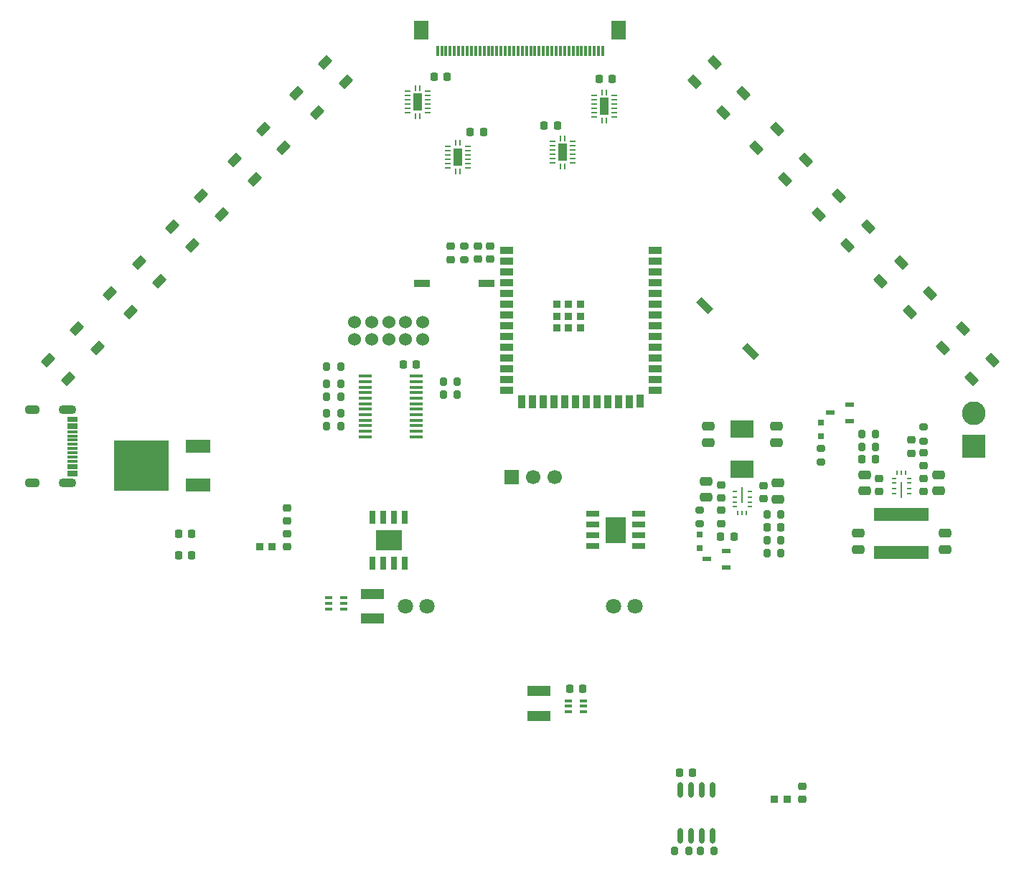
<source format=gbr>
%TF.GenerationSoftware,KiCad,Pcbnew,8.0.1*%
%TF.CreationDate,2024-07-21T18:11:56+02:00*%
%TF.ProjectId,LineFollower_V2,4c696e65-466f-46c6-9c6f-7765725f5632,rev?*%
%TF.SameCoordinates,Original*%
%TF.FileFunction,Soldermask,Top*%
%TF.FilePolarity,Negative*%
%FSLAX46Y46*%
G04 Gerber Fmt 4.6, Leading zero omitted, Abs format (unit mm)*
G04 Created by KiCad (PCBNEW 8.0.1) date 2024-07-21 18:11:56*
%MOMM*%
%LPD*%
G01*
G04 APERTURE LIST*
G04 Aperture macros list*
%AMRoundRect*
0 Rectangle with rounded corners*
0 $1 Rounding radius*
0 $2 $3 $4 $5 $6 $7 $8 $9 X,Y pos of 4 corners*
0 Add a 4 corners polygon primitive as box body*
4,1,4,$2,$3,$4,$5,$6,$7,$8,$9,$2,$3,0*
0 Add four circle primitives for the rounded corners*
1,1,$1+$1,$2,$3*
1,1,$1+$1,$4,$5*
1,1,$1+$1,$6,$7*
1,1,$1+$1,$8,$9*
0 Add four rect primitives between the rounded corners*
20,1,$1+$1,$2,$3,$4,$5,0*
20,1,$1+$1,$4,$5,$6,$7,0*
20,1,$1+$1,$6,$7,$8,$9,0*
20,1,$1+$1,$8,$9,$2,$3,0*%
%AMRotRect*
0 Rectangle, with rotation*
0 The origin of the aperture is its center*
0 $1 length*
0 $2 width*
0 $3 Rotation angle, in degrees counterclockwise*
0 Add horizontal line*
21,1,$1,$2,0,0,$3*%
G04 Aperture macros list end*
%ADD10R,1.525000X0.650000*%
%ADD11R,2.400000X3.100000*%
%ADD12R,0.650000X1.525000*%
%ADD13R,3.100000X2.400000*%
%ADD14RoundRect,0.225000X-0.225000X-0.250000X0.225000X-0.250000X0.225000X0.250000X-0.225000X0.250000X0*%
%ADD15RoundRect,0.225000X0.250000X-0.225000X0.250000X0.225000X-0.250000X0.225000X-0.250000X-0.225000X0*%
%ADD16R,1.650000X0.400000*%
%ADD17RoundRect,0.225000X0.225000X0.250000X-0.225000X0.250000X-0.225000X-0.250000X0.225000X-0.250000X0*%
%ADD18C,1.524000*%
%ADD19RotRect,1.500000X1.000000X313.000000*%
%ADD20RoundRect,0.250000X0.475000X-0.250000X0.475000X0.250000X-0.475000X0.250000X-0.475000X-0.250000X0*%
%ADD21R,0.250000X1.825000*%
%ADD22R,0.600000X0.250000*%
%ADD23R,0.250000X0.600000*%
%ADD24R,2.808000X1.282500*%
%ADD25RoundRect,0.200000X0.200000X0.275000X-0.200000X0.275000X-0.200000X-0.275000X0.200000X-0.275000X0*%
%ADD26RoundRect,0.200000X-0.200000X-0.275000X0.200000X-0.275000X0.200000X0.275000X-0.200000X0.275000X0*%
%ADD27RoundRect,0.250000X-0.475000X0.250000X-0.475000X-0.250000X0.475000X-0.250000X0.475000X0.250000X0*%
%ADD28RoundRect,0.225000X-0.250000X0.225000X-0.250000X-0.225000X0.250000X-0.225000X0.250000X0.225000X0*%
%ADD29RotRect,1.500000X1.000000X47.000000*%
%ADD30R,1.000000X2.000000*%
%ADD31R,0.280000X0.665000*%
%ADD32R,0.665000X0.280000*%
%ADD33R,1.070000X0.532000*%
%ADD34R,1.920000X0.840000*%
%ADD35O,0.630000X1.865000*%
%ADD36RotRect,0.840000X1.920000X45.000000*%
%ADD37RoundRect,0.200000X-0.275000X0.200000X-0.275000X-0.200000X0.275000X-0.200000X0.275000X0.200000X0*%
%ADD38R,0.900000X0.900000*%
%ADD39R,1.500000X0.900000*%
%ADD40R,0.900000X1.500000*%
%ADD41C,1.800000*%
%ADD42RoundRect,0.200000X0.275000X-0.200000X0.275000X0.200000X-0.275000X0.200000X-0.275000X-0.200000X0*%
%ADD43R,6.500000X6.000000*%
%ADD44R,3.000000X1.600000*%
%ADD45R,0.300000X1.250000*%
%ADD46R,1.800000X2.200000*%
%ADD47R,6.500000X1.580000*%
%ADD48R,0.806500X0.864000*%
%ADD49R,0.900000X0.400000*%
%ADD50R,2.700000X2.050000*%
%ADD51C,1.700000*%
%ADD52R,1.700000X1.700000*%
%ADD53R,1.150000X0.300000*%
%ADD54O,1.800000X1.100000*%
%ADD55O,2.100000X1.100000*%
%ADD56R,0.800000X0.800000*%
%ADD57C,2.800000*%
%ADD58R,2.800000X2.800000*%
G04 APERTURE END LIST*
D10*
%TO.C,IC14*%
X150538000Y-91595000D03*
X150538000Y-92865000D03*
X150538000Y-94135000D03*
X150538000Y-95405000D03*
X155962000Y-95405000D03*
X155962000Y-94135000D03*
X155962000Y-92865000D03*
X155962000Y-91595000D03*
D11*
X153250000Y-93500000D03*
%TD*%
D12*
%TO.C,IC13*%
X128405000Y-92038000D03*
X127135000Y-92038000D03*
X125865000Y-92038000D03*
X124595000Y-92038000D03*
X124595000Y-97462000D03*
X125865000Y-97462000D03*
X127135000Y-97462000D03*
X128405000Y-97462000D03*
D13*
X126500000Y-94750000D03*
%TD*%
D14*
%TO.C,C38*%
X101700000Y-96500000D03*
X103250000Y-96500000D03*
%TD*%
%TO.C,C37*%
X101700000Y-93990000D03*
X103250000Y-93990000D03*
%TD*%
D15*
%TO.C,C6*%
X138500000Y-60000000D03*
X138500000Y-61550000D03*
%TD*%
D16*
%TO.C,IC9*%
X129752500Y-75350000D03*
X129752500Y-76000000D03*
X129752500Y-76650000D03*
X129752500Y-77300000D03*
X129752500Y-77950000D03*
X129752500Y-78600000D03*
X129752500Y-79250000D03*
X129752500Y-79900000D03*
X129752500Y-80550000D03*
X129752500Y-81200000D03*
X129752500Y-81850000D03*
X129752500Y-82500000D03*
X123707500Y-82500000D03*
X123707500Y-81850000D03*
X123707500Y-81200000D03*
X123707500Y-80550000D03*
X123707500Y-79900000D03*
X123707500Y-79250000D03*
X123707500Y-78600000D03*
X123707500Y-77950000D03*
X123707500Y-77300000D03*
X123707500Y-76650000D03*
X123707500Y-76000000D03*
X123707500Y-75350000D03*
%TD*%
D17*
%TO.C,C27*%
X128225000Y-74000000D03*
X129775000Y-74000000D03*
%TD*%
D18*
%TO.C,U2*%
X130502500Y-69000000D03*
X130502500Y-70999000D03*
X128498000Y-69000000D03*
X128498000Y-70999000D03*
X126499000Y-69000000D03*
X126499000Y-70999000D03*
X124500000Y-69000000D03*
X124500000Y-70999000D03*
X122498500Y-69000000D03*
X122498500Y-70999000D03*
%TD*%
D19*
%TO.C,LED11*%
X186958525Y-61908006D03*
X184545057Y-64158601D03*
X187955049Y-67815370D03*
X190368517Y-65564775D03*
%TD*%
D20*
%TO.C,C20*%
X191380000Y-86967500D03*
X191380000Y-88867500D03*
%TD*%
D21*
%TO.C,IC3*%
X168200000Y-89412500D03*
D22*
X169100000Y-88962500D03*
X169100000Y-89612500D03*
X169100000Y-90262500D03*
X169100000Y-90762500D03*
D23*
X168700000Y-91487500D03*
X168200000Y-91487500D03*
X167700000Y-91487500D03*
D22*
X167300000Y-90762500D03*
X167300000Y-90262500D03*
X167300000Y-89612500D03*
X167300000Y-88962500D03*
%TD*%
D15*
%TO.C,C5*%
X136990000Y-60000000D03*
X136990000Y-61550000D03*
%TD*%
D24*
%TO.C,R22*%
X124600000Y-103921000D03*
X124600000Y-101039000D03*
%TD*%
D25*
%TO.C,R6*%
X171125000Y-96200000D03*
X172775000Y-96200000D03*
%TD*%
D20*
%TO.C,C24*%
X192130000Y-93892500D03*
X192130000Y-95792500D03*
%TD*%
D26*
%TO.C,R9*%
X172775000Y-94700000D03*
X171125000Y-94700000D03*
%TD*%
D25*
%TO.C,R11*%
X182305000Y-82167500D03*
X183955000Y-82167500D03*
%TD*%
D27*
%TO.C,C25*%
X164200000Y-83175000D03*
X164200000Y-81275000D03*
%TD*%
D28*
%TO.C,C8*%
X133800000Y-61575000D03*
X133800000Y-60025000D03*
%TD*%
D29*
%TO.C,LED7*%
X115607004Y-41978618D03*
X118020472Y-44229213D03*
X121430464Y-40572444D03*
X119016996Y-38321849D03*
%TD*%
D30*
%TO.C,IC8*%
X151907500Y-43500000D03*
D31*
X152157500Y-41842500D03*
D32*
X153065000Y-42250000D03*
X153065000Y-42750000D03*
X153065000Y-43250000D03*
X153065000Y-43750000D03*
X153065000Y-44250000D03*
X153065000Y-44750000D03*
D31*
X152157500Y-45157500D03*
X151657500Y-45157500D03*
D32*
X150750000Y-44750000D03*
X150750000Y-44250000D03*
X150750000Y-43750000D03*
X150750000Y-43250000D03*
X150750000Y-42750000D03*
X150750000Y-42250000D03*
D31*
X151657500Y-41842500D03*
%TD*%
D28*
%TO.C,C29*%
X114500000Y-92441000D03*
X114500000Y-90891000D03*
%TD*%
D25*
%TO.C,R18*%
X119175000Y-79750000D03*
X120825000Y-79750000D03*
%TD*%
D24*
%TO.C,R21*%
X144200000Y-112534000D03*
X144200000Y-115416000D03*
%TD*%
D20*
%TO.C,C26*%
X181880000Y-93892500D03*
X181880000Y-95792500D03*
%TD*%
D14*
%TO.C,C34*%
X146375000Y-45800000D03*
X144825000Y-45800000D03*
%TD*%
%TO.C,C36*%
X133375000Y-40000000D03*
X131825000Y-40000000D03*
%TD*%
D25*
%TO.C,R20*%
X163225000Y-131400000D03*
X164875000Y-131400000D03*
%TD*%
D33*
%TO.C,Q1*%
X164065000Y-96950000D03*
X166335000Y-95995000D03*
X166335000Y-97905000D03*
%TD*%
D34*
%TO.C,SW2*%
X130390000Y-64400000D03*
X138010000Y-64400000D03*
%TD*%
D29*
%TO.C,LED3*%
X86281075Y-73426827D03*
X88694543Y-75677422D03*
X92104535Y-72020653D03*
X89691067Y-69770058D03*
%TD*%
D17*
%TO.C,C21*%
X171175000Y-93200000D03*
X172725000Y-93200000D03*
%TD*%
D35*
%TO.C,IC10*%
X160895000Y-124217500D03*
X162165000Y-124217500D03*
X163435000Y-124217500D03*
X164705000Y-124217500D03*
X164705000Y-129582500D03*
X163435000Y-129582500D03*
X162165000Y-129582500D03*
X160895000Y-129582500D03*
%TD*%
D25*
%TO.C,R19*%
X160225000Y-131400000D03*
X161875000Y-131400000D03*
%TD*%
%TO.C,R16*%
X119175000Y-77750000D03*
X120825000Y-77750000D03*
%TD*%
D36*
%TO.C,SW1*%
X163805923Y-67055923D03*
X169194077Y-72444077D03*
%TD*%
D33*
%TO.C,Q2*%
X178620000Y-79667500D03*
X180890000Y-78712500D03*
X180890000Y-80622500D03*
%TD*%
D30*
%TO.C,IC5*%
X134657500Y-49500000D03*
D31*
X134907500Y-47842500D03*
D32*
X135815000Y-48250000D03*
X135815000Y-48750000D03*
X135815000Y-49250000D03*
X135815000Y-49750000D03*
X135815000Y-50250000D03*
X135815000Y-50750000D03*
D31*
X134907500Y-51157500D03*
X134407500Y-51157500D03*
D32*
X133500000Y-50750000D03*
X133500000Y-50250000D03*
X133500000Y-49750000D03*
X133500000Y-49250000D03*
X133500000Y-48750000D03*
X133500000Y-48250000D03*
D31*
X134407500Y-47842500D03*
%TD*%
D37*
%TO.C,R5*%
X177505000Y-85492500D03*
X177505000Y-83842500D03*
%TD*%
D28*
%TO.C,C17*%
X170700000Y-89825000D03*
X170700000Y-88275000D03*
%TD*%
D25*
%TO.C,R12*%
X119175000Y-74250000D03*
X120825000Y-74250000D03*
%TD*%
D19*
%TO.C,LED8*%
X164964078Y-38321849D03*
X162550610Y-40572444D03*
X165960602Y-44229213D03*
X168374070Y-41978618D03*
%TD*%
D15*
%TO.C,C11*%
X165700000Y-88200000D03*
X165700000Y-89750000D03*
%TD*%
D37*
%TO.C,R7*%
X189630000Y-82992500D03*
X189630000Y-81342500D03*
%TD*%
%TO.C,R3*%
X135400000Y-61625000D03*
X135400000Y-59975000D03*
%TD*%
D38*
%TO.C,IC2*%
X149096250Y-69663500D03*
X149096250Y-68263500D03*
X149096250Y-66863500D03*
X147696250Y-69663500D03*
X147696250Y-68263500D03*
X147696250Y-66863500D03*
X146296250Y-69663500D03*
X146296250Y-68263500D03*
X146296250Y-66863500D03*
D39*
X157946250Y-60543500D03*
X157946250Y-61813500D03*
X157946250Y-63083500D03*
X157946250Y-64353500D03*
X157946250Y-65623500D03*
X157946250Y-66893500D03*
X157946250Y-68163500D03*
X157946250Y-69433500D03*
X157946250Y-70703500D03*
X157946250Y-71973500D03*
X157946250Y-73243500D03*
X157946250Y-74513500D03*
X157946250Y-75783500D03*
X157946250Y-77053500D03*
D40*
X156181250Y-78303500D03*
X154911250Y-78333500D03*
X153641250Y-78333500D03*
X152371250Y-78333500D03*
X151101250Y-78333500D03*
X149831250Y-78333500D03*
X148561250Y-78333500D03*
X147291250Y-78333500D03*
X146021250Y-78333500D03*
X144751250Y-78333500D03*
X143481250Y-78333500D03*
X142211250Y-78333500D03*
D39*
X140446250Y-77053500D03*
X140446250Y-75783500D03*
X140446250Y-74513500D03*
X140446250Y-73243500D03*
X140446250Y-71973500D03*
X140446250Y-70703500D03*
X140446250Y-69433500D03*
X140446250Y-68163500D03*
X140446250Y-66893500D03*
X140446250Y-65623500D03*
X140446250Y-64353500D03*
X140446250Y-63083500D03*
X140446250Y-61813500D03*
X140446250Y-60543500D03*
%TD*%
D26*
%TO.C,R14*%
X134575000Y-76000000D03*
X132925000Y-76000000D03*
%TD*%
D27*
%TO.C,C15*%
X182630000Y-88867500D03*
X182630000Y-86967500D03*
%TD*%
D41*
%TO.C,CN1*%
X128480000Y-102500000D03*
X131020000Y-102500000D03*
%TD*%
D25*
%TO.C,R15*%
X119175000Y-81250000D03*
X120825000Y-81250000D03*
%TD*%
D42*
%TO.C,R4*%
X163200000Y-91125000D03*
X163200000Y-92775000D03*
%TD*%
D21*
%TO.C,IC4*%
X187000000Y-88800000D03*
D22*
X186100000Y-89250000D03*
X186100000Y-88600000D03*
X186100000Y-87950000D03*
X186100000Y-87450000D03*
D23*
X186500000Y-86725000D03*
X187000000Y-86725000D03*
X187500000Y-86725000D03*
D22*
X187900000Y-87450000D03*
X187900000Y-87950000D03*
X187900000Y-88600000D03*
X187900000Y-89250000D03*
%TD*%
D43*
%TO.C,IC1*%
X97343000Y-85910998D03*
D44*
X104028000Y-83625998D03*
X104028000Y-88195998D03*
%TD*%
D15*
%TO.C,C10*%
X188130000Y-82892500D03*
X188130000Y-84442500D03*
%TD*%
D29*
%TO.C,LED4*%
X93612557Y-65564775D03*
X96026025Y-67815370D03*
X99436017Y-64158601D03*
X97022549Y-61908006D03*
%TD*%
D45*
%TO.C,CON1*%
X151750000Y-37000000D03*
X151250000Y-37000000D03*
X150750000Y-37000000D03*
X150250000Y-37000000D03*
X149750000Y-37000000D03*
X149250000Y-37000000D03*
X148750000Y-37000000D03*
X148250000Y-37000000D03*
X147750000Y-37000000D03*
X147250000Y-37000000D03*
X146750000Y-37000000D03*
X146250000Y-37000000D03*
X145750000Y-37000000D03*
X145250000Y-37000000D03*
X144750000Y-37000000D03*
X144250000Y-37000000D03*
X143750000Y-37000000D03*
X143250000Y-37000000D03*
X142750000Y-37000000D03*
X142250000Y-37000000D03*
X141750000Y-37000000D03*
X141250000Y-37000000D03*
X140750000Y-37000000D03*
X140250000Y-37000000D03*
X139750000Y-37000000D03*
X139250000Y-37000000D03*
X138750000Y-37000000D03*
X138250000Y-37000000D03*
X137750000Y-37000000D03*
X137250000Y-37000000D03*
X136750000Y-37000000D03*
X136250000Y-37000000D03*
X135750000Y-37000000D03*
X135250000Y-37000000D03*
X134750000Y-37000000D03*
X134250000Y-37000000D03*
X133750000Y-37000000D03*
X133250000Y-37000000D03*
X132750000Y-37000000D03*
X132250000Y-37000000D03*
D46*
X130350000Y-34475000D03*
X153650000Y-34475000D03*
%TD*%
D47*
%TO.C,L2*%
X187000000Y-96177500D03*
X187000000Y-91657500D03*
%TD*%
D15*
%TO.C,C19*%
X184380000Y-87392500D03*
X184380000Y-88942500D03*
%TD*%
D48*
%TO.C,R24*%
X173507000Y-125250000D03*
X172000000Y-125250000D03*
%TD*%
D49*
%TO.C,IC11*%
X119410000Y-101500000D03*
X119410000Y-102150000D03*
X119410000Y-102800000D03*
X121210000Y-102800000D03*
X121210000Y-102150000D03*
X121210000Y-101500000D03*
%TD*%
D30*
%TO.C,IC6*%
X129907500Y-43000000D03*
D31*
X130157500Y-41342500D03*
D32*
X131065000Y-41750000D03*
X131065000Y-42250000D03*
X131065000Y-42750000D03*
X131065000Y-43250000D03*
X131065000Y-43750000D03*
X131065000Y-44250000D03*
D31*
X130157500Y-44657500D03*
X129657500Y-44657500D03*
D32*
X128750000Y-44250000D03*
X128750000Y-43750000D03*
X128750000Y-43250000D03*
X128750000Y-42750000D03*
X128750000Y-42250000D03*
X128750000Y-41750000D03*
D31*
X129657500Y-41342500D03*
%TD*%
D50*
%TO.C,L1*%
X168200000Y-81625000D03*
X168200000Y-86325000D03*
%TD*%
D49*
%TO.C,IC12*%
X147700000Y-114950000D03*
X147700000Y-114300000D03*
X147700000Y-113650000D03*
X149500000Y-113650000D03*
X149500000Y-114300000D03*
X149500000Y-114950000D03*
%TD*%
D51*
%TO.C,H1*%
X146040000Y-87250000D03*
X143500000Y-87250000D03*
D52*
X140960000Y-87250000D03*
%TD*%
D28*
%TO.C,C16*%
X189630000Y-85942500D03*
X189630000Y-84392500D03*
%TD*%
D26*
%TO.C,R13*%
X134575000Y-77500000D03*
X132925000Y-77500000D03*
%TD*%
D30*
%TO.C,IC7*%
X147000000Y-48923000D03*
D31*
X147250000Y-47265500D03*
D32*
X148157500Y-47673000D03*
X148157500Y-48173000D03*
X148157500Y-48673000D03*
X148157500Y-49173000D03*
X148157500Y-49673000D03*
X148157500Y-50173000D03*
D31*
X147250000Y-50580500D03*
X146750000Y-50580500D03*
D32*
X145842500Y-50173000D03*
X145842500Y-49673000D03*
X145842500Y-49173000D03*
X145842500Y-48673000D03*
X145842500Y-48173000D03*
X145842500Y-47673000D03*
D31*
X146750000Y-47265500D03*
%TD*%
D27*
%TO.C,C18*%
X172450000Y-89850000D03*
X172450000Y-87950000D03*
%TD*%
D14*
%TO.C,C22*%
X183905000Y-85167500D03*
X182355000Y-85167500D03*
%TD*%
D19*
%TO.C,LED9*%
X172295561Y-46183901D03*
X169882093Y-48434496D03*
X173292085Y-52091265D03*
X175705553Y-49840670D03*
%TD*%
D53*
%TO.C,USB1*%
X89154250Y-80602499D03*
X89154250Y-81402499D03*
X89155250Y-81902499D03*
X89154250Y-82902499D03*
X89154250Y-84402499D03*
X89154250Y-85402499D03*
X89154750Y-85902499D03*
X89154250Y-86702499D03*
X89154250Y-87002499D03*
X89154750Y-86202499D03*
X89155250Y-84901999D03*
X89154250Y-83902499D03*
X89154250Y-83402499D03*
X89154250Y-82402499D03*
X89154250Y-81102499D03*
X89154250Y-80302499D03*
D54*
X84409250Y-87972499D03*
D55*
X88589250Y-87972499D03*
D54*
X84409250Y-79332499D03*
D55*
X88589250Y-79332499D03*
%TD*%
D19*
%TO.C,LED12*%
X194290008Y-69770058D03*
X191876540Y-72020653D03*
X195286532Y-75677422D03*
X197700000Y-73426827D03*
%TD*%
D14*
%TO.C,C9*%
X167225000Y-94275000D03*
X165675000Y-94275000D03*
%TD*%
D56*
%TO.C,LED2*%
X177508500Y-82467000D03*
X177501500Y-80868000D03*
%TD*%
D57*
%TO.C,U1*%
X195500000Y-79700000D03*
D58*
X195500000Y-83660000D03*
%TD*%
D27*
%TO.C,C23*%
X172200000Y-83175000D03*
X172200000Y-81275000D03*
%TD*%
D29*
%TO.C,LED6*%
X108275522Y-49840670D03*
X110688990Y-52091265D03*
X114098982Y-48434496D03*
X111685514Y-46183901D03*
%TD*%
D26*
%TO.C,R8*%
X172775000Y-91700000D03*
X171125000Y-91700000D03*
%TD*%
D28*
%TO.C,C32*%
X175250000Y-125275000D03*
X175250000Y-123725000D03*
%TD*%
D20*
%TO.C,C12*%
X163950000Y-87775000D03*
X163950000Y-89675000D03*
%TD*%
D15*
%TO.C,C13*%
X165700000Y-91200000D03*
X165700000Y-92750000D03*
%TD*%
D25*
%TO.C,R10*%
X182305000Y-83667500D03*
X183955000Y-83667500D03*
%TD*%
D17*
%TO.C,C30*%
X147825000Y-112250000D03*
X149375000Y-112250000D03*
%TD*%
D25*
%TO.C,R17*%
X119175000Y-76250000D03*
X120825000Y-76250000D03*
%TD*%
D56*
%TO.C,LED1*%
X163196500Y-94075500D03*
X163203500Y-95674500D03*
%TD*%
D48*
%TO.C,R23*%
X112753500Y-95441000D03*
X111246500Y-95441000D03*
%TD*%
D29*
%TO.C,LED5*%
X100944040Y-57702722D03*
X103357508Y-59953317D03*
X106767500Y-56296548D03*
X104354032Y-54045953D03*
%TD*%
D14*
%TO.C,C33*%
X152875000Y-40300000D03*
X151325000Y-40300000D03*
%TD*%
%TO.C,C28*%
X162350000Y-122150000D03*
X160800000Y-122150000D03*
%TD*%
D28*
%TO.C,C14*%
X189630000Y-88942500D03*
X189630000Y-87392500D03*
%TD*%
D14*
%TO.C,C35*%
X137675000Y-46500000D03*
X136125000Y-46500000D03*
%TD*%
D41*
%TO.C,CN2*%
X152980000Y-102500000D03*
X155520000Y-102500000D03*
%TD*%
D19*
%TO.C,LED10*%
X179627043Y-54045953D03*
X177213575Y-56296548D03*
X180623567Y-59953317D03*
X183037035Y-57702722D03*
%TD*%
D28*
%TO.C,C31*%
X114500000Y-95466000D03*
X114500000Y-93916000D03*
%TD*%
M02*

</source>
